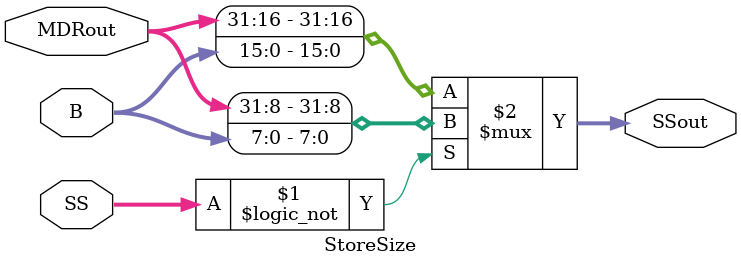
<source format=v>
module StoreSize(SS, MDRout, B, SSout);

	input [1:0] SS; //olhar quantos bits sao 2 ou 1
	input [31:0] B, MDRout;
	output [31:0] SSout;

		//ajeitar
	assign SSout = ((!SS) ? { MDRout[31:8], B[7:0] } : { MDRout[31:16], B[15:0] });

endmodule

</source>
